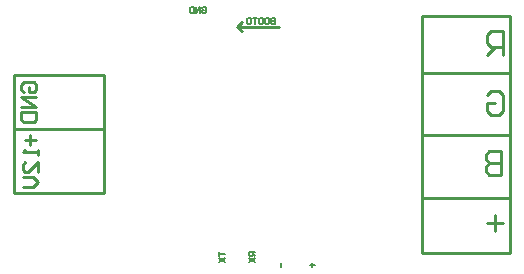
<source format=gbo>
%FSTAX24Y24*%
%MOIN*%
G70*
G01*
G75*
G04 Layer_Color=65535*
%ADD10R,0.0394X0.0787*%
%ADD11O,0.0394X0.0787*%
%ADD12R,0.0591X0.0551*%
%ADD13R,0.0315X0.0374*%
%ADD14R,0.0374X0.0315*%
%ADD15R,0.0472X0.0256*%
%ADD16R,0.0354X0.0591*%
%ADD17C,0.0100*%
%ADD18C,0.0300*%
%ADD19C,0.0600*%
%ADD20C,0.0900*%
%ADD21C,0.0200*%
%ADD22C,0.0400*%
%ADD23R,0.1250X0.1100*%
%ADD24C,0.0984*%
%ADD25C,0.0591*%
%ADD26C,0.0709*%
%ADD27R,0.0591X0.0591*%
%ADD28C,0.1969*%
%ADD29C,0.0320*%
%ADD30C,0.0500*%
%ADD31C,0.0800*%
%ADD32C,0.0079*%
%ADD33C,0.0020*%
%ADD34C,0.0080*%
%ADD35C,0.0070*%
%ADD36R,0.0474X0.0867*%
%ADD37O,0.0474X0.0867*%
%ADD38R,0.0671X0.0631*%
%ADD39R,0.0395X0.0454*%
%ADD40R,0.0454X0.0395*%
%ADD41R,0.0552X0.0336*%
%ADD42R,0.0434X0.0671*%
%ADD43C,0.1064*%
%ADD44C,0.0671*%
%ADD45C,0.0789*%
%ADD46R,0.0671X0.0671*%
%ADD47C,0.2049*%
%ADD48C,0.0400*%
%ADD49C,0.0580*%
%ADD50C,0.0050*%
%ADD51C,0.0090*%
D17*
X0286Y03255D02*
X03D01*
X0286D02*
X02875Y0324D01*
X0286Y03255D02*
X02875Y0327D01*
X03475Y02685D02*
X0377D01*
X03475Y02895D02*
X0377D01*
X03475Y03095D02*
X0348Y031D01*
X0377D01*
X03475Y0329D02*
X0377D01*
X03475Y025D02*
Y0329D01*
Y025D02*
X0377D01*
Y0329D01*
X02115Y02915D02*
X02415D01*
X02115Y027D02*
Y03095D01*
Y027D02*
X02415D01*
Y03095D01*
X02115D02*
X02415D01*
D50*
X027417Y033167D02*
X02745Y0332D01*
X027517D01*
X02755Y033167D01*
Y033033D01*
X027517Y033D01*
X02745D01*
X027417Y033033D01*
Y0331D01*
X027483D01*
X02735Y033D02*
Y0332D01*
X027217Y033D01*
Y0332D01*
X02715D02*
Y033D01*
X02705D01*
X027017Y033033D01*
Y033167D01*
X02705Y0332D01*
X02715D01*
X02985Y03285D02*
Y03265D01*
X02975D01*
X029717Y032683D01*
Y032717D01*
X02975Y03275D01*
X02985D01*
X02975D01*
X029717Y032783D01*
Y032817D01*
X02975Y03285D01*
X02985D01*
X02955D02*
X029617D01*
X02965Y032817D01*
Y032683D01*
X029617Y03265D01*
X02955D01*
X029517Y032683D01*
Y032817D01*
X02955Y03285D01*
X02935D02*
X029417D01*
X02945Y032817D01*
Y032683D01*
X029417Y03265D01*
X02935D01*
X029317Y032683D01*
Y032817D01*
X02935Y03285D01*
X02925D02*
X029117D01*
X029184D01*
Y03265D01*
X02905Y032817D02*
X029017Y03285D01*
X02895D01*
X028917Y032817D01*
Y032683D01*
X02895Y03265D01*
X029017D01*
X02905Y032683D01*
Y032817D01*
X0311Y02455D02*
Y024683D01*
X031033Y024617D02*
X031167D01*
X03005Y02455D02*
Y024683D01*
X0292Y02505D02*
X029D01*
Y02495D01*
X029033Y024917D01*
X0291D01*
X029133Y02495D01*
Y02505D01*
Y024983D02*
X0292Y024917D01*
X029Y02485D02*
X0292Y024717D01*
X029D02*
X0292Y02485D01*
X028Y02505D02*
Y024917D01*
Y024983D01*
X0282D01*
X028Y02485D02*
X0282Y024717D01*
X028D02*
X0282Y02485D01*
D51*
X03745Y026D02*
X036917D01*
X037183Y026266D02*
Y025733D01*
X0374Y0284D02*
Y0276D01*
X037D01*
X036867Y027733D01*
Y027867D01*
X037Y028D01*
X0374D01*
X037D01*
X036867Y028133D01*
Y028266D01*
X037Y0284D01*
X0374D01*
X036917Y030266D02*
X03705Y0304D01*
X037317D01*
X03745Y030266D01*
Y029733D01*
X037317Y0296D01*
X03705D01*
X036917Y029733D01*
Y03D01*
X037183D01*
X03745Y0316D02*
Y0324D01*
X03705D01*
X036917Y032266D01*
Y032D01*
X03705Y031867D01*
X03745D01*
X037183D02*
X036917Y0316D01*
X021483Y030367D02*
X0214Y03045D01*
Y030617D01*
X021483Y0307D01*
X021817D01*
X0219Y030617D01*
Y03045D01*
X021817Y030367D01*
X02165D01*
Y030533D01*
X0219Y0302D02*
X0214D01*
X0219Y029867D01*
X0214D01*
Y0297D02*
X0219D01*
Y02945D01*
X021817Y029367D01*
X021483D01*
X0214Y02945D01*
Y0297D01*
X0217Y02895D02*
Y028617D01*
X021533Y028783D02*
X021867D01*
X02195Y02845D02*
Y028284D01*
Y028367D01*
X02145D01*
X021533Y02845D01*
X02195Y0277D02*
Y028034D01*
X021617Y0277D01*
X021533D01*
X02145Y027784D01*
Y02795D01*
X021533Y028034D01*
X02145Y027534D02*
X021783D01*
X02195Y027367D01*
X021783Y027201D01*
X02145D01*
M02*

</source>
